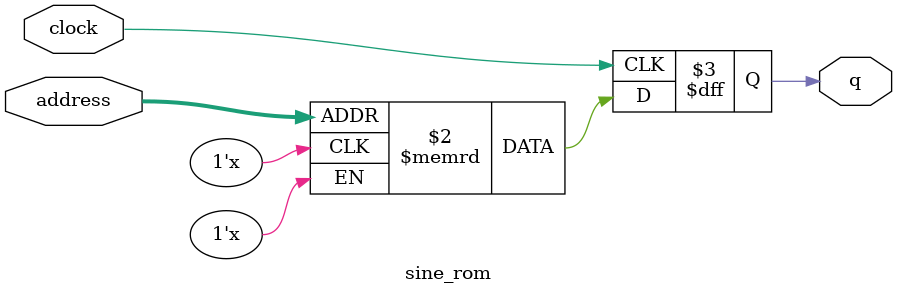
<source format=sv>
module sine_rom (
	input logic clock,
	input logic [13:0] address,
	output logic [0:0] q
);

logic [0:0] memory [0:10799] /* synthesis ram_init_file = "./Modules/ROMs/sine/sine.mif" */;

always_ff @ (posedge clock) begin
	q <= memory[address];
end

endmodule

</source>
